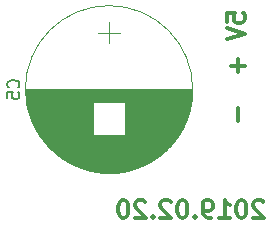
<source format=gbr>
G04 #@! TF.GenerationSoftware,KiCad,Pcbnew,(5.0.0)*
G04 #@! TF.CreationDate,2019-02-20T13:04:28+09:00*
G04 #@! TF.ProjectId,pi-ups,70692D7570732E6B696361645F706362,rev?*
G04 #@! TF.SameCoordinates,Original*
G04 #@! TF.FileFunction,Legend,Bot*
G04 #@! TF.FilePolarity,Positive*
%FSLAX46Y46*%
G04 Gerber Fmt 4.6, Leading zero omitted, Abs format (unit mm)*
G04 Created by KiCad (PCBNEW (5.0.0)) date 02/20/19 13:04:28*
%MOMM*%
%LPD*%
G01*
G04 APERTURE LIST*
%ADD10C,0.300000*%
%ADD11C,0.120000*%
%ADD12C,0.150000*%
G04 APERTURE END LIST*
D10*
X145144285Y-116161428D02*
X145072857Y-116090000D01*
X144930000Y-116018571D01*
X144572857Y-116018571D01*
X144430000Y-116090000D01*
X144358571Y-116161428D01*
X144287142Y-116304285D01*
X144287142Y-116447142D01*
X144358571Y-116661428D01*
X145215714Y-117518571D01*
X144287142Y-117518571D01*
X143358571Y-116018571D02*
X143215714Y-116018571D01*
X143072857Y-116090000D01*
X143001428Y-116161428D01*
X142930000Y-116304285D01*
X142858571Y-116590000D01*
X142858571Y-116947142D01*
X142930000Y-117232857D01*
X143001428Y-117375714D01*
X143072857Y-117447142D01*
X143215714Y-117518571D01*
X143358571Y-117518571D01*
X143501428Y-117447142D01*
X143572857Y-117375714D01*
X143644285Y-117232857D01*
X143715714Y-116947142D01*
X143715714Y-116590000D01*
X143644285Y-116304285D01*
X143572857Y-116161428D01*
X143501428Y-116090000D01*
X143358571Y-116018571D01*
X141430000Y-117518571D02*
X142287142Y-117518571D01*
X141858571Y-117518571D02*
X141858571Y-116018571D01*
X142001428Y-116232857D01*
X142144285Y-116375714D01*
X142287142Y-116447142D01*
X140715714Y-117518571D02*
X140430000Y-117518571D01*
X140287142Y-117447142D01*
X140215714Y-117375714D01*
X140072857Y-117161428D01*
X140001428Y-116875714D01*
X140001428Y-116304285D01*
X140072857Y-116161428D01*
X140144285Y-116090000D01*
X140287142Y-116018571D01*
X140572857Y-116018571D01*
X140715714Y-116090000D01*
X140787142Y-116161428D01*
X140858571Y-116304285D01*
X140858571Y-116661428D01*
X140787142Y-116804285D01*
X140715714Y-116875714D01*
X140572857Y-116947142D01*
X140287142Y-116947142D01*
X140144285Y-116875714D01*
X140072857Y-116804285D01*
X140001428Y-116661428D01*
X139358571Y-117375714D02*
X139287142Y-117447142D01*
X139358571Y-117518571D01*
X139430000Y-117447142D01*
X139358571Y-117375714D01*
X139358571Y-117518571D01*
X138358571Y-116018571D02*
X138215714Y-116018571D01*
X138072857Y-116090000D01*
X138001428Y-116161428D01*
X137930000Y-116304285D01*
X137858571Y-116590000D01*
X137858571Y-116947142D01*
X137930000Y-117232857D01*
X138001428Y-117375714D01*
X138072857Y-117447142D01*
X138215714Y-117518571D01*
X138358571Y-117518571D01*
X138501428Y-117447142D01*
X138572857Y-117375714D01*
X138644285Y-117232857D01*
X138715714Y-116947142D01*
X138715714Y-116590000D01*
X138644285Y-116304285D01*
X138572857Y-116161428D01*
X138501428Y-116090000D01*
X138358571Y-116018571D01*
X137287142Y-116161428D02*
X137215714Y-116090000D01*
X137072857Y-116018571D01*
X136715714Y-116018571D01*
X136572857Y-116090000D01*
X136501428Y-116161428D01*
X136430000Y-116304285D01*
X136430000Y-116447142D01*
X136501428Y-116661428D01*
X137358571Y-117518571D01*
X136430000Y-117518571D01*
X135787142Y-117375714D02*
X135715714Y-117447142D01*
X135787142Y-117518571D01*
X135858571Y-117447142D01*
X135787142Y-117375714D01*
X135787142Y-117518571D01*
X135144285Y-116161428D02*
X135072857Y-116090000D01*
X134930000Y-116018571D01*
X134572857Y-116018571D01*
X134430000Y-116090000D01*
X134358571Y-116161428D01*
X134287142Y-116304285D01*
X134287142Y-116447142D01*
X134358571Y-116661428D01*
X135215714Y-117518571D01*
X134287142Y-117518571D01*
X133358571Y-116018571D02*
X133215714Y-116018571D01*
X133072857Y-116090000D01*
X133001428Y-116161428D01*
X132930000Y-116304285D01*
X132858571Y-116590000D01*
X132858571Y-116947142D01*
X132930000Y-117232857D01*
X133001428Y-117375714D01*
X133072857Y-117447142D01*
X133215714Y-117518571D01*
X133358571Y-117518571D01*
X133501428Y-117447142D01*
X133572857Y-117375714D01*
X133644285Y-117232857D01*
X133715714Y-116947142D01*
X133715714Y-116590000D01*
X133644285Y-116304285D01*
X133572857Y-116161428D01*
X133501428Y-116090000D01*
X133358571Y-116018571D01*
X142053571Y-100917857D02*
X142053571Y-100203571D01*
X142767857Y-100132142D01*
X142696428Y-100203571D01*
X142625000Y-100346428D01*
X142625000Y-100703571D01*
X142696428Y-100846428D01*
X142767857Y-100917857D01*
X142910714Y-100989285D01*
X143267857Y-100989285D01*
X143410714Y-100917857D01*
X143482142Y-100846428D01*
X143553571Y-100703571D01*
X143553571Y-100346428D01*
X143482142Y-100203571D01*
X143410714Y-100132142D01*
X142053571Y-101417857D02*
X143553571Y-101917857D01*
X142053571Y-102417857D01*
X142982142Y-104060714D02*
X142982142Y-105203571D01*
X143553571Y-104632142D02*
X142410714Y-104632142D01*
X142982142Y-108203571D02*
X142982142Y-109346428D01*
D11*
G04 #@! TO.C,C5*
X125030000Y-106640000D02*
X139130000Y-106640000D01*
X125030000Y-106680000D02*
X139130000Y-106680000D01*
X125030000Y-106720000D02*
X139130000Y-106720000D01*
X125031000Y-106760000D02*
X139129000Y-106760000D01*
X125031000Y-106800000D02*
X139129000Y-106800000D01*
X125032000Y-106840000D02*
X139128000Y-106840000D01*
X125034000Y-106880000D02*
X139126000Y-106880000D01*
X125035000Y-106920000D02*
X139125000Y-106920000D01*
X125037000Y-106960000D02*
X139123000Y-106960000D01*
X125039000Y-107000000D02*
X139121000Y-107000000D01*
X125041000Y-107040000D02*
X139119000Y-107040000D01*
X125043000Y-107080000D02*
X139117000Y-107080000D01*
X125046000Y-107120000D02*
X139114000Y-107120000D01*
X125049000Y-107160000D02*
X139111000Y-107160000D01*
X125052000Y-107200000D02*
X139108000Y-107200000D01*
X125055000Y-107240000D02*
X139105000Y-107240000D01*
X125058000Y-107280000D02*
X139102000Y-107280000D01*
X125062000Y-107320000D02*
X139098000Y-107320000D01*
X125066000Y-107361000D02*
X139094000Y-107361000D01*
X125070000Y-107401000D02*
X139090000Y-107401000D01*
X125075000Y-107441000D02*
X139085000Y-107441000D01*
X125079000Y-107481000D02*
X139081000Y-107481000D01*
X125084000Y-107521000D02*
X139076000Y-107521000D01*
X125089000Y-107561000D02*
X139071000Y-107561000D01*
X125095000Y-107601000D02*
X139065000Y-107601000D01*
X125100000Y-107641000D02*
X139060000Y-107641000D01*
X125106000Y-107681000D02*
X139054000Y-107681000D01*
X125112000Y-107721000D02*
X139048000Y-107721000D01*
X125119000Y-107761000D02*
X130700000Y-107761000D01*
X133460000Y-107761000D02*
X139041000Y-107761000D01*
X125125000Y-107801000D02*
X130700000Y-107801000D01*
X133460000Y-107801000D02*
X139035000Y-107801000D01*
X125132000Y-107841000D02*
X130700000Y-107841000D01*
X133460000Y-107841000D02*
X139028000Y-107841000D01*
X125139000Y-107881000D02*
X130700000Y-107881000D01*
X133460000Y-107881000D02*
X139021000Y-107881000D01*
X125146000Y-107921000D02*
X130700000Y-107921000D01*
X133460000Y-107921000D02*
X139014000Y-107921000D01*
X125153000Y-107961000D02*
X130700000Y-107961000D01*
X133460000Y-107961000D02*
X139007000Y-107961000D01*
X125161000Y-108001000D02*
X130700000Y-108001000D01*
X133460000Y-108001000D02*
X138999000Y-108001000D01*
X125169000Y-108041000D02*
X130700000Y-108041000D01*
X133460000Y-108041000D02*
X138991000Y-108041000D01*
X125177000Y-108081000D02*
X130700000Y-108081000D01*
X133460000Y-108081000D02*
X138983000Y-108081000D01*
X125186000Y-108121000D02*
X130700000Y-108121000D01*
X133460000Y-108121000D02*
X138974000Y-108121000D01*
X125194000Y-108161000D02*
X130700000Y-108161000D01*
X133460000Y-108161000D02*
X138966000Y-108161000D01*
X125203000Y-108201000D02*
X130700000Y-108201000D01*
X133460000Y-108201000D02*
X138957000Y-108201000D01*
X125212000Y-108241000D02*
X130700000Y-108241000D01*
X133460000Y-108241000D02*
X138948000Y-108241000D01*
X125222000Y-108281000D02*
X130700000Y-108281000D01*
X133460000Y-108281000D02*
X138938000Y-108281000D01*
X125231000Y-108321000D02*
X130700000Y-108321000D01*
X133460000Y-108321000D02*
X138929000Y-108321000D01*
X125241000Y-108361000D02*
X130700000Y-108361000D01*
X133460000Y-108361000D02*
X138919000Y-108361000D01*
X125251000Y-108401000D02*
X130700000Y-108401000D01*
X133460000Y-108401000D02*
X138909000Y-108401000D01*
X125262000Y-108441000D02*
X130700000Y-108441000D01*
X133460000Y-108441000D02*
X138898000Y-108441000D01*
X125272000Y-108481000D02*
X130700000Y-108481000D01*
X133460000Y-108481000D02*
X138888000Y-108481000D01*
X125283000Y-108521000D02*
X130700000Y-108521000D01*
X133460000Y-108521000D02*
X138877000Y-108521000D01*
X125294000Y-108561000D02*
X130700000Y-108561000D01*
X133460000Y-108561000D02*
X138866000Y-108561000D01*
X125306000Y-108601000D02*
X130700000Y-108601000D01*
X133460000Y-108601000D02*
X138854000Y-108601000D01*
X125317000Y-108641000D02*
X130700000Y-108641000D01*
X133460000Y-108641000D02*
X138843000Y-108641000D01*
X125329000Y-108681000D02*
X130700000Y-108681000D01*
X133460000Y-108681000D02*
X138831000Y-108681000D01*
X125341000Y-108721000D02*
X130700000Y-108721000D01*
X133460000Y-108721000D02*
X138819000Y-108721000D01*
X125354000Y-108761000D02*
X130700000Y-108761000D01*
X133460000Y-108761000D02*
X138806000Y-108761000D01*
X125367000Y-108801000D02*
X130700000Y-108801000D01*
X133460000Y-108801000D02*
X138793000Y-108801000D01*
X125379000Y-108841000D02*
X130700000Y-108841000D01*
X133460000Y-108841000D02*
X138781000Y-108841000D01*
X125393000Y-108881000D02*
X130700000Y-108881000D01*
X133460000Y-108881000D02*
X138767000Y-108881000D01*
X125406000Y-108921000D02*
X130700000Y-108921000D01*
X133460000Y-108921000D02*
X138754000Y-108921000D01*
X125420000Y-108961000D02*
X130700000Y-108961000D01*
X133460000Y-108961000D02*
X138740000Y-108961000D01*
X125434000Y-109001000D02*
X130700000Y-109001000D01*
X133460000Y-109001000D02*
X138726000Y-109001000D01*
X125448000Y-109041000D02*
X130700000Y-109041000D01*
X133460000Y-109041000D02*
X138712000Y-109041000D01*
X125463000Y-109081000D02*
X130700000Y-109081000D01*
X133460000Y-109081000D02*
X138697000Y-109081000D01*
X125477000Y-109121000D02*
X130700000Y-109121000D01*
X133460000Y-109121000D02*
X138683000Y-109121000D01*
X125492000Y-109161000D02*
X130700000Y-109161000D01*
X133460000Y-109161000D02*
X138668000Y-109161000D01*
X125508000Y-109201000D02*
X130700000Y-109201000D01*
X133460000Y-109201000D02*
X138652000Y-109201000D01*
X125523000Y-109241000D02*
X130700000Y-109241000D01*
X133460000Y-109241000D02*
X138637000Y-109241000D01*
X125539000Y-109281000D02*
X130700000Y-109281000D01*
X133460000Y-109281000D02*
X138621000Y-109281000D01*
X125556000Y-109321000D02*
X130700000Y-109321000D01*
X133460000Y-109321000D02*
X138604000Y-109321000D01*
X125572000Y-109361000D02*
X130700000Y-109361000D01*
X133460000Y-109361000D02*
X138588000Y-109361000D01*
X125589000Y-109401000D02*
X130700000Y-109401000D01*
X133460000Y-109401000D02*
X138571000Y-109401000D01*
X125606000Y-109441000D02*
X130700000Y-109441000D01*
X133460000Y-109441000D02*
X138554000Y-109441000D01*
X125623000Y-109481000D02*
X130700000Y-109481000D01*
X133460000Y-109481000D02*
X138537000Y-109481000D01*
X125641000Y-109521000D02*
X130700000Y-109521000D01*
X133460000Y-109521000D02*
X138519000Y-109521000D01*
X125659000Y-109561000D02*
X130700000Y-109561000D01*
X133460000Y-109561000D02*
X138501000Y-109561000D01*
X125677000Y-109601000D02*
X130700000Y-109601000D01*
X133460000Y-109601000D02*
X138483000Y-109601000D01*
X125695000Y-109641000D02*
X130700000Y-109641000D01*
X133460000Y-109641000D02*
X138465000Y-109641000D01*
X125714000Y-109681000D02*
X130700000Y-109681000D01*
X133460000Y-109681000D02*
X138446000Y-109681000D01*
X125733000Y-109721000D02*
X130700000Y-109721000D01*
X133460000Y-109721000D02*
X138427000Y-109721000D01*
X125753000Y-109761000D02*
X130700000Y-109761000D01*
X133460000Y-109761000D02*
X138407000Y-109761000D01*
X125773000Y-109801000D02*
X130700000Y-109801000D01*
X133460000Y-109801000D02*
X138387000Y-109801000D01*
X125793000Y-109841000D02*
X130700000Y-109841000D01*
X133460000Y-109841000D02*
X138367000Y-109841000D01*
X125813000Y-109881000D02*
X130700000Y-109881000D01*
X133460000Y-109881000D02*
X138347000Y-109881000D01*
X125834000Y-109921000D02*
X130700000Y-109921000D01*
X133460000Y-109921000D02*
X138326000Y-109921000D01*
X125855000Y-109961000D02*
X130700000Y-109961000D01*
X133460000Y-109961000D02*
X138305000Y-109961000D01*
X125876000Y-110001000D02*
X130700000Y-110001000D01*
X133460000Y-110001000D02*
X138284000Y-110001000D01*
X125898000Y-110041000D02*
X130700000Y-110041000D01*
X133460000Y-110041000D02*
X138262000Y-110041000D01*
X125920000Y-110081000D02*
X130700000Y-110081000D01*
X133460000Y-110081000D02*
X138240000Y-110081000D01*
X125942000Y-110121000D02*
X130700000Y-110121000D01*
X133460000Y-110121000D02*
X138218000Y-110121000D01*
X125965000Y-110161000D02*
X130700000Y-110161000D01*
X133460000Y-110161000D02*
X138195000Y-110161000D01*
X125988000Y-110201000D02*
X130700000Y-110201000D01*
X133460000Y-110201000D02*
X138172000Y-110201000D01*
X126011000Y-110241000D02*
X130700000Y-110241000D01*
X133460000Y-110241000D02*
X138149000Y-110241000D01*
X126035000Y-110281000D02*
X130700000Y-110281000D01*
X133460000Y-110281000D02*
X138125000Y-110281000D01*
X126059000Y-110321000D02*
X130700000Y-110321000D01*
X133460000Y-110321000D02*
X138101000Y-110321000D01*
X126084000Y-110361000D02*
X130700000Y-110361000D01*
X133460000Y-110361000D02*
X138076000Y-110361000D01*
X126109000Y-110401000D02*
X130700000Y-110401000D01*
X133460000Y-110401000D02*
X138051000Y-110401000D01*
X126134000Y-110441000D02*
X130700000Y-110441000D01*
X133460000Y-110441000D02*
X138026000Y-110441000D01*
X126159000Y-110481000D02*
X130700000Y-110481000D01*
X133460000Y-110481000D02*
X138001000Y-110481000D01*
X126185000Y-110521000D02*
X137975000Y-110521000D01*
X126212000Y-110561000D02*
X137948000Y-110561000D01*
X126238000Y-110601000D02*
X137922000Y-110601000D01*
X126266000Y-110641000D02*
X137894000Y-110641000D01*
X126293000Y-110681000D02*
X137867000Y-110681000D01*
X126321000Y-110721000D02*
X137839000Y-110721000D01*
X126349000Y-110761000D02*
X137811000Y-110761000D01*
X126378000Y-110801000D02*
X137782000Y-110801000D01*
X126407000Y-110841000D02*
X137753000Y-110841000D01*
X126437000Y-110881000D02*
X137723000Y-110881000D01*
X126467000Y-110921000D02*
X137693000Y-110921000D01*
X126498000Y-110961000D02*
X137662000Y-110961000D01*
X126529000Y-111001000D02*
X137631000Y-111001000D01*
X126560000Y-111041000D02*
X137600000Y-111041000D01*
X126592000Y-111081000D02*
X137568000Y-111081000D01*
X126624000Y-111121000D02*
X137536000Y-111121000D01*
X126657000Y-111161000D02*
X137503000Y-111161000D01*
X126690000Y-111201000D02*
X137470000Y-111201000D01*
X126724000Y-111241000D02*
X137436000Y-111241000D01*
X126759000Y-111281000D02*
X137401000Y-111281000D01*
X126794000Y-111321000D02*
X137366000Y-111321000D01*
X126829000Y-111361000D02*
X137331000Y-111361000D01*
X126865000Y-111401000D02*
X137295000Y-111401000D01*
X126901000Y-111441000D02*
X137259000Y-111441000D01*
X126939000Y-111481000D02*
X137221000Y-111481000D01*
X126976000Y-111521000D02*
X137184000Y-111521000D01*
X127014000Y-111561000D02*
X137146000Y-111561000D01*
X127053000Y-111601000D02*
X137107000Y-111601000D01*
X127093000Y-111641000D02*
X137067000Y-111641000D01*
X127133000Y-111681000D02*
X137027000Y-111681000D01*
X127174000Y-111721000D02*
X136986000Y-111721000D01*
X127215000Y-111761000D02*
X136945000Y-111761000D01*
X127257000Y-111801000D02*
X136903000Y-111801000D01*
X127300000Y-111841000D02*
X136860000Y-111841000D01*
X127343000Y-111881000D02*
X136817000Y-111881000D01*
X127388000Y-111921000D02*
X136772000Y-111921000D01*
X127433000Y-111961000D02*
X136727000Y-111961000D01*
X127479000Y-112001000D02*
X136681000Y-112001000D01*
X127525000Y-112041000D02*
X136635000Y-112041000D01*
X127573000Y-112081000D02*
X136587000Y-112081000D01*
X127621000Y-112121000D02*
X136539000Y-112121000D01*
X127670000Y-112161000D02*
X136490000Y-112161000D01*
X127720000Y-112201000D02*
X136440000Y-112201000D01*
X127771000Y-112241000D02*
X136389000Y-112241000D01*
X127823000Y-112281000D02*
X136337000Y-112281000D01*
X127876000Y-112321000D02*
X136284000Y-112321000D01*
X127930000Y-112361000D02*
X136230000Y-112361000D01*
X127985000Y-112401000D02*
X136175000Y-112401000D01*
X128042000Y-112441000D02*
X136118000Y-112441000D01*
X128099000Y-112481000D02*
X136061000Y-112481000D01*
X128158000Y-112521000D02*
X136002000Y-112521000D01*
X128218000Y-112561000D02*
X135942000Y-112561000D01*
X128279000Y-112601000D02*
X135881000Y-112601000D01*
X128342000Y-112641000D02*
X135818000Y-112641000D01*
X128406000Y-112681000D02*
X135754000Y-112681000D01*
X128472000Y-112721000D02*
X135688000Y-112721000D01*
X128540000Y-112761000D02*
X135620000Y-112761000D01*
X128609000Y-112801000D02*
X135551000Y-112801000D01*
X128680000Y-112841000D02*
X135480000Y-112841000D01*
X128753000Y-112881000D02*
X135407000Y-112881000D01*
X128829000Y-112921000D02*
X135331000Y-112921000D01*
X128906000Y-112961000D02*
X135254000Y-112961000D01*
X128986000Y-113001000D02*
X135174000Y-113001000D01*
X129069000Y-113041000D02*
X135091000Y-113041000D01*
X129154000Y-113081000D02*
X135006000Y-113081000D01*
X129242000Y-113121000D02*
X134918000Y-113121000D01*
X129334000Y-113161000D02*
X134826000Y-113161000D01*
X129430000Y-113201000D02*
X134730000Y-113201000D01*
X129530000Y-113241000D02*
X134630000Y-113241000D01*
X129634000Y-113281000D02*
X134526000Y-113281000D01*
X129743000Y-113321000D02*
X134417000Y-113321000D01*
X129859000Y-113361000D02*
X134301000Y-113361000D01*
X129982000Y-113401000D02*
X134178000Y-113401000D01*
X130112000Y-113441000D02*
X134048000Y-113441000D01*
X130253000Y-113481000D02*
X133907000Y-113481000D01*
X130407000Y-113521000D02*
X133753000Y-113521000D01*
X130576000Y-113561000D02*
X133584000Y-113561000D01*
X130768000Y-113601000D02*
X133392000Y-113601000D01*
X130993000Y-113641000D02*
X133167000Y-113641000D01*
X131279000Y-113681000D02*
X132881000Y-113681000D01*
X131743000Y-113721000D02*
X132417000Y-113721000D01*
X132080000Y-100940000D02*
X132080000Y-102740000D01*
X131180000Y-101840000D02*
X132980000Y-101840000D01*
X139170000Y-106640000D02*
G75*
G03X139170000Y-106640000I-7090000J0D01*
G01*
D12*
X124377142Y-106473333D02*
X124424761Y-106425714D01*
X124472380Y-106282857D01*
X124472380Y-106187619D01*
X124424761Y-106044761D01*
X124329523Y-105949523D01*
X124234285Y-105901904D01*
X124043809Y-105854285D01*
X123900952Y-105854285D01*
X123710476Y-105901904D01*
X123615238Y-105949523D01*
X123520000Y-106044761D01*
X123472380Y-106187619D01*
X123472380Y-106282857D01*
X123520000Y-106425714D01*
X123567619Y-106473333D01*
X123472380Y-107378095D02*
X123472380Y-106901904D01*
X123948571Y-106854285D01*
X123900952Y-106901904D01*
X123853333Y-106997142D01*
X123853333Y-107235238D01*
X123900952Y-107330476D01*
X123948571Y-107378095D01*
X124043809Y-107425714D01*
X124281904Y-107425714D01*
X124377142Y-107378095D01*
X124424761Y-107330476D01*
X124472380Y-107235238D01*
X124472380Y-106997142D01*
X124424761Y-106901904D01*
X124377142Y-106854285D01*
G04 #@! TD*
M02*

</source>
